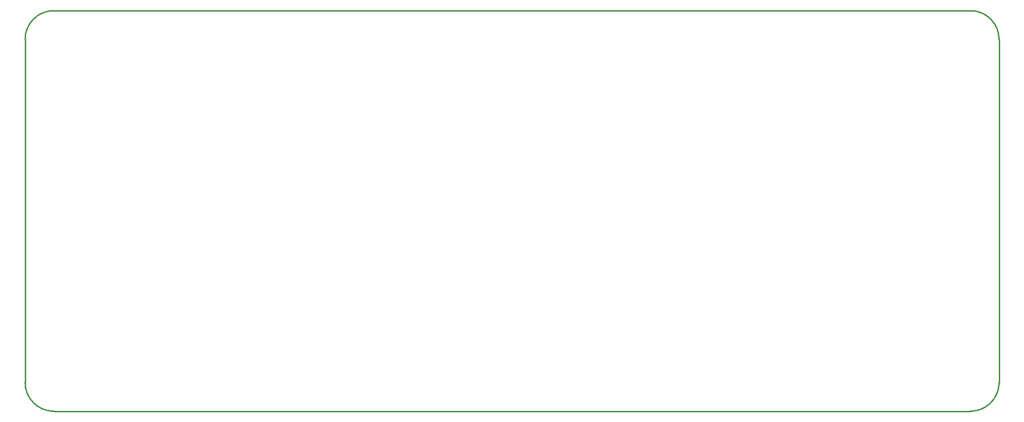
<source format=gko>
G04 Layer: BoardOutlineLayer*
G04 EasyEDA v6.5.9, 2022-08-06 01:21:21*
G04 14fef34793594d2db1d7ff351c51599c,c09117847ad249c1abd8b20aa127d3a4,10*
G04 Gerber Generator version 0.2*
G04 Scale: 100 percent, Rotated: No, Reflected: No *
G04 Dimensions in millimeters *
G04 leading zeros omitted , absolute positions ,4 integer and 5 decimal *
%FSLAX45Y45*%
%MOMM*%

%ADD10C,0.2540*%
D10*
X0Y499998D02*
G01*
X0Y6499987D01*
X16499966Y0D02*
G01*
X499999Y0D01*
X16999966Y6499987D02*
G01*
X16999966Y499998D01*
X499999Y6999986D02*
G01*
X16499966Y6999986D01*
G75*
G01*
X16499967Y6999986D02*
G02*
X16999966Y6499987I0J-499999D01*
G75*
G01*
X16999966Y499999D02*
G02*
X16499967Y0I-499999J0D01*
G75*
G01*
X499999Y0D02*
G02*
X0Y499999I0J499999D01*
G75*
G01*
X0Y6499987D02*
G02*
X499999Y6999986I499999J0D01*

%LPD*%
M02*

</source>
